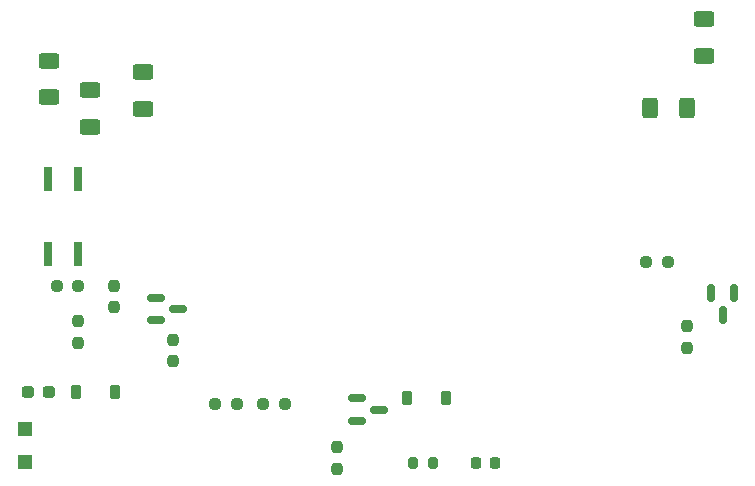
<source format=gtp>
G04 #@! TF.GenerationSoftware,KiCad,Pcbnew,8.0.4*
G04 #@! TF.CreationDate,2025-01-01T16:22:17-06:00*
G04 #@! TF.ProjectId,HVBoard,4856426f-6172-4642-9e6b-696361645f70,rev?*
G04 #@! TF.SameCoordinates,Original*
G04 #@! TF.FileFunction,Paste,Top*
G04 #@! TF.FilePolarity,Positive*
%FSLAX46Y46*%
G04 Gerber Fmt 4.6, Leading zero omitted, Abs format (unit mm)*
G04 Created by KiCad (PCBNEW 8.0.4) date 2025-01-01 16:22:17*
%MOMM*%
%LPD*%
G01*
G04 APERTURE LIST*
G04 Aperture macros list*
%AMRoundRect*
0 Rectangle with rounded corners*
0 $1 Rounding radius*
0 $2 $3 $4 $5 $6 $7 $8 $9 X,Y pos of 4 corners*
0 Add a 4 corners polygon primitive as box body*
4,1,4,$2,$3,$4,$5,$6,$7,$8,$9,$2,$3,0*
0 Add four circle primitives for the rounded corners*
1,1,$1+$1,$2,$3*
1,1,$1+$1,$4,$5*
1,1,$1+$1,$6,$7*
1,1,$1+$1,$8,$9*
0 Add four rect primitives between the rounded corners*
20,1,$1+$1,$2,$3,$4,$5,0*
20,1,$1+$1,$4,$5,$6,$7,0*
20,1,$1+$1,$6,$7,$8,$9,0*
20,1,$1+$1,$8,$9,$2,$3,0*%
G04 Aperture macros list end*
%ADD10RoundRect,0.237500X0.250000X0.237500X-0.250000X0.237500X-0.250000X-0.237500X0.250000X-0.237500X0*%
%ADD11RoundRect,0.237500X-0.237500X0.250000X-0.237500X-0.250000X0.237500X-0.250000X0.237500X0.250000X0*%
%ADD12RoundRect,0.237500X-0.250000X-0.237500X0.250000X-0.237500X0.250000X0.237500X-0.250000X0.237500X0*%
%ADD13RoundRect,0.225000X0.225000X0.375000X-0.225000X0.375000X-0.225000X-0.375000X0.225000X-0.375000X0*%
%ADD14RoundRect,0.237500X-0.287500X-0.237500X0.287500X-0.237500X0.287500X0.237500X-0.287500X0.237500X0*%
%ADD15RoundRect,0.237500X0.237500X-0.250000X0.237500X0.250000X-0.237500X0.250000X-0.237500X-0.250000X0*%
%ADD16RoundRect,0.150000X-0.150000X0.587500X-0.150000X-0.587500X0.150000X-0.587500X0.150000X0.587500X0*%
%ADD17RoundRect,0.250000X0.625000X-0.400000X0.625000X0.400000X-0.625000X0.400000X-0.625000X-0.400000X0*%
%ADD18RoundRect,0.150000X-0.587500X-0.150000X0.587500X-0.150000X0.587500X0.150000X-0.587500X0.150000X0*%
%ADD19R,0.640000X2.000000*%
%ADD20RoundRect,0.200000X-0.200000X-0.275000X0.200000X-0.275000X0.200000X0.275000X-0.200000X0.275000X0*%
%ADD21RoundRect,0.250000X0.400000X0.625000X-0.400000X0.625000X-0.400000X-0.625000X0.400000X-0.625000X0*%
%ADD22R,1.200000X1.200000*%
%ADD23RoundRect,0.218750X0.218750X0.256250X-0.218750X0.256250X-0.218750X-0.256250X0.218750X-0.256250X0*%
G04 APERTURE END LIST*
D10*
G04 #@! TO.C,R17*
X50000000Y-53000000D03*
X48175000Y-53000000D03*
G04 #@! TD*
D11*
G04 #@! TO.C,R4*
X50000000Y-56000000D03*
X50000000Y-57825000D03*
G04 #@! TD*
D12*
G04 #@! TO.C,R19*
X65675000Y-63000000D03*
X67500000Y-63000000D03*
G04 #@! TD*
D13*
G04 #@! TO.C,D1*
X81150000Y-62500000D03*
X77850000Y-62500000D03*
G04 #@! TD*
D14*
G04 #@! TO.C,F1*
X45750000Y-62000000D03*
X47500000Y-62000000D03*
G04 #@! TD*
D15*
G04 #@! TO.C,R15*
X101550000Y-58262500D03*
X101550000Y-56437500D03*
G04 #@! TD*
D16*
G04 #@! TO.C,Q6*
X105500000Y-53625000D03*
X103600000Y-53625000D03*
X104550000Y-55500000D03*
G04 #@! TD*
D12*
G04 #@! TO.C,R12*
X98087500Y-51000000D03*
X99912500Y-51000000D03*
G04 #@! TD*
D15*
G04 #@! TO.C,R7*
X53000000Y-54825000D03*
X53000000Y-53000000D03*
G04 #@! TD*
D17*
G04 #@! TO.C,R6*
X55500000Y-38050000D03*
X55500000Y-34950000D03*
G04 #@! TD*
D15*
G04 #@! TO.C,R1*
X71937500Y-68500000D03*
X71937500Y-66675000D03*
G04 #@! TD*
D18*
G04 #@! TO.C,Q4*
X58437500Y-55000000D03*
X56562500Y-55950000D03*
X56562500Y-54050000D03*
G04 #@! TD*
D13*
G04 #@! TO.C,D3*
X53150000Y-62000000D03*
X49850000Y-62000000D03*
G04 #@! TD*
D19*
G04 #@! TO.C,U1*
X50000000Y-44000000D03*
X47460000Y-44000000D03*
X47460000Y-50300000D03*
X50000000Y-50300000D03*
G04 #@! TD*
D15*
G04 #@! TO.C,R10*
X58000000Y-59412500D03*
X58000000Y-57587500D03*
G04 #@! TD*
D17*
G04 #@! TO.C,R5*
X47500000Y-37050000D03*
X47500000Y-33950000D03*
G04 #@! TD*
D18*
G04 #@! TO.C,Q1*
X73562500Y-62550000D03*
X73562500Y-64450000D03*
X75437500Y-63500000D03*
G04 #@! TD*
D20*
G04 #@! TO.C,R2*
X78350000Y-68000000D03*
X80000000Y-68000000D03*
G04 #@! TD*
D21*
G04 #@! TO.C,R11*
X101550000Y-38000000D03*
X98450000Y-38000000D03*
G04 #@! TD*
D17*
G04 #@! TO.C,R3*
X51000000Y-39550000D03*
X51000000Y-36450000D03*
G04 #@! TD*
D22*
G04 #@! TO.C,D2*
X45500000Y-65100000D03*
X45500000Y-67900000D03*
G04 #@! TD*
D23*
G04 #@! TO.C,D4*
X85287500Y-68000000D03*
X83712500Y-68000000D03*
G04 #@! TD*
D10*
G04 #@! TO.C,R18*
X63412500Y-63000000D03*
X61587500Y-63000000D03*
G04 #@! TD*
D17*
G04 #@! TO.C,R14*
X103000000Y-33550000D03*
X103000000Y-30450000D03*
G04 #@! TD*
M02*

</source>
